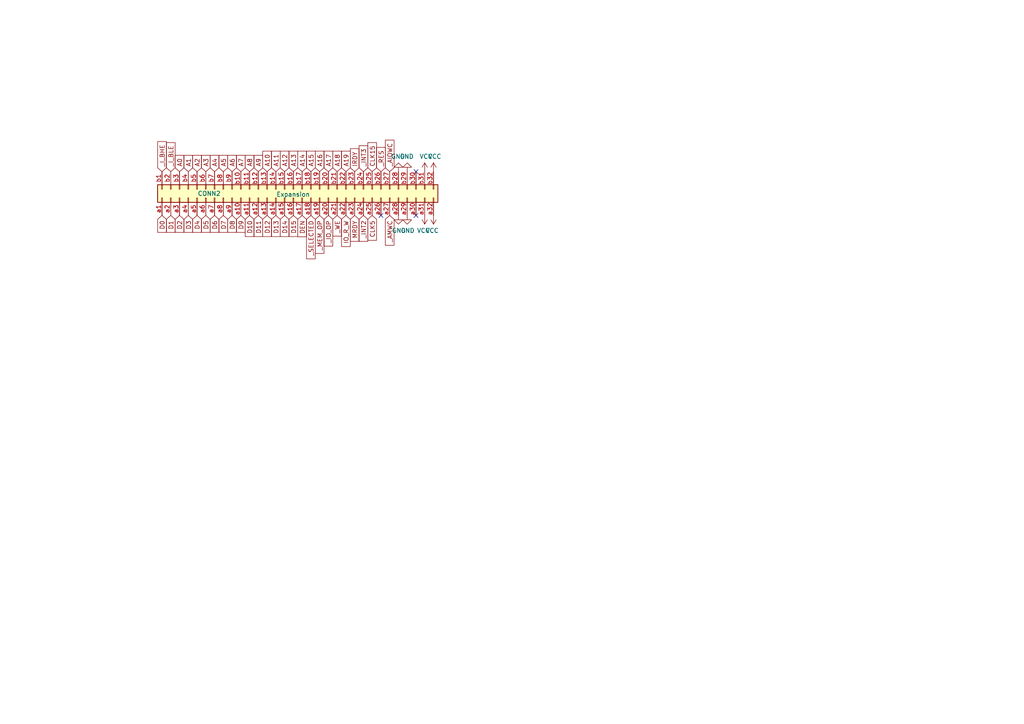
<source format=kicad_sch>
(kicad_sch (version 20230121) (generator eeschema)
  (paper "A4")
  (lib_symbols
    (symbol "Connector_Generic:Conn_02x32_Row_Letter_First" (pin_names (offset 1.016) hide)
      (property "Reference" "J" (at 1.27 40.64 0))
      (property "Value" "Conn_02x32_Row_Letter_First" (at 1.27 -43.18 0))
      (symbol "Conn_02x32_Row_Letter_First_1_1"
        (rectangle (start -1.27 -40.513) (end 0 -40.767) (stroke (width 0.1524)))
        (rectangle (start -1.27 -37.973) (end 0 -38.227) (stroke (width 0.1524)))
        (rectangle (start -1.27 -35.433) (end 0 -35.687) (stroke (width 0.1524)))
        (rectangle (start -1.27 -32.893) (end 0 -33.147) (stroke (width 0.1524)))
        (rectangle (start -1.27 -30.353) (end 0 -30.607) (stroke (width 0.1524)))
        (rectangle (start -1.27 -27.813) (end 0 -28.067) (stroke (width 0.1524)))
        (rectangle (start -1.27 -25.273) (end 0 -25.527) (stroke (width 0.1524)))
        (rectangle (start -1.27 -22.733) (end 0 -22.987) (stroke (width 0.1524)))
        (rectangle (start -1.27 -20.193) (end 0 -20.447) (stroke (width 0.1524)))
        (rectangle (start -1.27 -17.653) (end 0 -17.907) (stroke (width 0.1524)))
        (rectangle (start -1.27 -15.113) (end 0 -15.367) (stroke (width 0.1524)))
        (rectangle (start -1.27 -12.573) (end 0 -12.827) (stroke (width 0.1524)))
        (rectangle (start -1.27 -10.033) (end 0 -10.287) (stroke (width 0.1524)))
        (rectangle (start -1.27 -7.493) (end 0 -7.747) (stroke (width 0.1524)))
        (rectangle (start -1.27 -4.953) (end 0 -5.207) (stroke (width 0.1524)))
        (rectangle (start -1.27 -2.413) (end 0 -2.667) (stroke (width 0.1524)))
        (rectangle (start -1.27 0.127) (end 0 -0.127) (stroke (width 0.1524)))
        (rectangle (start -1.27 2.667) (end 0 2.413) (stroke (width 0.1524)))
        (rectangle (start -1.27 5.207) (end 0 4.953) (stroke (width 0.1524)))
        (rectangle (start -1.27 7.747) (end 0 7.493) (stroke (width 0.1524)))
        (rectangle (start -1.27 10.287) (end 0 10.033) (stroke (width 0.1524)))
        (rectangle (start -1.27 12.827) (end 0 12.573) (stroke (width 0.1524)))
        (rectangle (start -1.27 15.367) (end 0 15.113) (stroke (width 0.1524)))
        (rectangle (start -1.27 17.907) (end 0 17.653) (stroke (width 0.1524)))
        (rectangle (start -1.27 20.447) (end 0 20.193) (stroke (width 0.1524)))
        (rectangle (start -1.27 22.987) (end 0 22.733) (stroke (width 0.1524)))
        (rectangle (start -1.27 25.527) (end 0 25.273) (stroke (width 0.1524)))
        (rectangle (start -1.27 28.067) (end 0 27.813) (stroke (width 0.1524)))
        (rectangle (start -1.27 30.607) (end 0 30.353) (stroke (width 0.1524)))
        (rectangle (start -1.27 33.147) (end 0 32.893) (stroke (width 0.1524)))
        (rectangle (start -1.27 35.687) (end 0 35.433) (stroke (width 0.1524)))
        (rectangle (start -1.27 38.227) (end 0 37.973) (stroke (width 0.1524)))
        (rectangle (start -1.27 39.37) (end 3.81 -41.91) (stroke (width 0.254)) (fill (type background)))
        (rectangle (start 3.81 -40.513) (end 2.54 -40.767) (stroke (width 0.1524)))
        (rectangle (start 3.81 -37.973) (end 2.54 -38.227) (stroke (width 0.1524)))
        (rectangle (start 3.81 -35.433) (end 2.54 -35.687) (stroke (width 0.1524)))
        (rectangle (start 3.81 -32.893) (end 2.54 -33.147) (stroke (width 0.1524)))
        (rectangle (start 3.81 -30.353) (end 2.54 -30.607) (stroke (width 0.1524)))
        (rectangle (start 3.81 -27.813) (end 2.54 -28.067) (stroke (width 0.1524)))
        (rectangle (start 3.81 -25.273) (end 2.54 -25.527) (stroke (width 0.1524)))
        (rectangle (start 3.81 -22.733) (end 2.54 -22.987) (stroke (width 0.1524)))
        (rectangle (start 3.81 -20.193) (end 2.54 -20.447) (stroke (width 0.1524)))
        (rectangle (start 3.81 -17.653) (end 2.54 -17.907) (stroke (width 0.1524)))
        (rectangle (start 3.81 -15.113) (end 2.54 -15.367) (stroke (width 0.1524)))
        (rectangle (start 3.81 -12.573) (end 2.54 -12.827) (stroke (width 0.1524)))
        (rectangle (start 3.81 -10.033) (end 2.54 -10.287) (stroke (width 0.1524)))
        (rectangle (start 3.81 -7.493) (end 2.54 -7.747) (stroke (width 0.1524)))
        (rectangle (start 3.81 -4.953) (end 2.54 -5.207) (stroke (width 0.1524)))
        (rectangle (start 3.81 -2.413) (end 2.54 -2.667) (stroke (width 0.1524)))
        (rectangle (start 3.81 0.127) (end 2.54 -0.127) (stroke (width 0.1524)))
        (rectangle (start 3.81 2.667) (end 2.54 2.413) (stroke (width 0.1524)))
        (rectangle (start 3.81 5.207) (end 2.54 4.953) (stroke (width 0.1524)))
        (rectangle (start 3.81 7.747) (end 2.54 7.493) (stroke (width 0.1524)))
        (rectangle (start 3.81 10.287) (end 2.54 10.033) (stroke (width 0.1524)))
        (rectangle (start 3.81 12.827) (end 2.54 12.573) (stroke (width 0.1524)))
        (rectangle (start 3.81 15.367) (end 2.54 15.113) (stroke (width 0.1524)))
        (rectangle (start 3.81 17.907) (end 2.54 17.653) (stroke (width 0.1524)))
        (rectangle (start 3.81 20.447) (end 2.54 20.193) (stroke (width 0.1524)))
        (rectangle (start 3.81 22.987) (end 2.54 22.733) (stroke (width 0.1524)))
        (rectangle (start 3.81 25.527) (end 2.54 25.273) (stroke (width 0.1524)))
        (rectangle (start 3.81 28.067) (end 2.54 27.813) (stroke (width 0.1524)))
        (rectangle (start 3.81 30.607) (end 2.54 30.353) (stroke (width 0.1524)))
        (rectangle (start 3.81 33.147) (end 2.54 32.893) (stroke (width 0.1524)))
        (rectangle (start 3.81 35.687) (end 2.54 35.433) (stroke (width 0.1524)))
        (rectangle (start 3.81 38.227) (end 2.54 37.973) (stroke (width 0.1524)))
        (pin passive line (at -5.08 38.1 0) (length 3.81) (name "Pin_a1") (number "a1"))
        (pin passive line (at -5.08 15.24 0) (length 3.81) (name "Pin_a10") (number "a10"))
        (pin passive line (at -5.08 12.7 0) (length 3.81) (name "Pin_a11") (number "a11"))
        (pin passive line (at -5.08 10.16 0) (length 3.81) (name "Pin_a12") (number "a12"))
        (pin passive line (at -5.08 7.62 0) (length 3.81) (name "Pin_a13") (number "a13"))
        (pin passive line (at -5.08 5.08 0) (length 3.81) (name "Pin_a14") (number "a14"))
        (pin passive line (at -5.08 2.54 0) (length 3.81) (name "Pin_a15") (number "a15"))
        (pin passive line (at -5.08 0 0) (length 3.81) (name "Pin_a16") (number "a16"))
        (pin passive line (at -5.08 -2.54 0) (length 3.81) (name "Pin_a17") (number "a17"))
        (pin passive line (at -5.08 -5.08 0) (length 3.81) (name "Pin_a18") (number "a18"))
        (pin passive line (at -5.08 -7.62 0) (length 3.81) (name "Pin_a19") (number "a19"))
        (pin passive line (at -5.08 35.56 0) (length 3.81) (name "Pin_a2") (number "a2"))
        (pin passive line (at -5.08 -10.16 0) (length 3.81) (name "Pin_a20") (number "a20"))
        (pin passive line (at -5.08 -12.7 0) (length 3.81) (name "Pin_a21") (number "a21"))
        (pin passive line (at -5.08 -15.24 0) (length 3.81) (name "Pin_a22") (number "a22"))
        (pin passive line (at -5.08 -17.78 0) (length 3.81) (name "Pin_a23") (number "a23"))
        (pin passive line (at -5.08 -20.32 0) (length 3.81) (name "Pin_a24") (number "a24"))
        (pin passive line (at -5.08 -22.86 0) (length 3.81) (name "Pin_a25") (number "a25"))
        (pin passive line (at -5.08 -25.4 0) (length 3.81) (name "Pin_a26") (number "a26"))
        (pin passive line (at -5.08 -27.94 0) (length 3.81) (name "Pin_a27") (number "a27"))
        (pin passive line (at -5.08 -30.48 0) (length 3.81) (name "Pin_a28") (number "a28"))
        (pin passive line (at -5.08 -33.02 0) (length 3.81) (name "Pin_a29") (number "a29"))
        (pin passive line (at -5.08 33.02 0) (length 3.81) (name "Pin_a3") (number "a3"))
        (pin passive line (at -5.08 -35.56 0) (length 3.81) (name "Pin_a30") (number "a30"))
        (pin passive line (at -5.08 -38.1 0) (length 3.81) (name "Pin_a31") (number "a31"))
        (pin passive line (at -5.08 -40.64 0) (length 3.81) (name "Pin_a32") (number "a32"))
        (pin passive line (at -5.08 30.48 0) (length 3.81) (name "Pin_a4") (number "a4"))
        (pin passive line (at -5.08 27.94 0) (length 3.81) (name "Pin_a5") (number "a5"))
        (pin passive line (at -5.08 25.4 0) (length 3.81) (name "Pin_a6") (number "a6"))
        (pin passive line (at -5.08 22.86 0) (length 3.81) (name "Pin_a7") (number "a7"))
        (pin passive line (at -5.08 20.32 0) (length 3.81) (name "Pin_a8") (number "a8"))
        (pin passive line (at -5.08 17.78 0) (length 3.81) (name "Pin_a9") (number "a9"))
        (pin passive line (at 7.62 38.1 180) (length 3.81) (name "Pin_b1") (number "b1"))
        (pin passive line (at 7.62 15.24 180) (length 3.81) (name "Pin_b10") (number "b10"))
        (pin passive line (at 7.62 12.7 180) (length 3.81) (name "Pin_b11") (number "b11"))
        (pin passive line (at 7.62 10.16 180) (length 3.81) (name "Pin_b12") (number "b12"))
        (pin passive line (at 7.62 7.62 180) (length 3.81) (name "Pin_b13") (number "b13"))
        (pin passive line (at 7.62 5.08 180) (length 3.81) (name "Pin_b14") (number "b14"))
        (pin passive line (at 7.62 2.54 180) (length 3.81) (name "Pin_b15") (number "b15"))
        (pin passive line (at 7.62 0 180) (length 3.81) (name "Pin_b16") (number "b16"))
        (pin passive line (at 7.62 -2.54 180) (length 3.81) (name "Pin_b17") (number "b17"))
        (pin passive line (at 7.62 -5.08 180) (length 3.81) (name "Pin_b18") (number "b18"))
        (pin passive line (at 7.62 -7.62 180) (length 3.81) (name "Pin_b19") (number "b19"))
        (pin passive line (at 7.62 35.56 180) (length 3.81) (name "Pin_b2") (number "b2"))
        (pin passive line (at 7.62 -10.16 180) (length 3.81) (name "Pin_b20") (number "b20"))
        (pin passive line (at 7.62 -12.7 180) (length 3.81) (name "Pin_b21") (number "b21"))
        (pin passive line (at 7.62 -15.24 180) (length 3.81) (name "Pin_b22") (number "b22"))
        (pin passive line (at 7.62 -17.78 180) (length 3.81) (name "Pin_b23") (number "b23"))
        (pin passive line (at 7.62 -20.32 180) (length 3.81) (name "Pin_b24") (number "b24"))
        (pin passive line (at 7.62 -22.86 180) (length 3.81) (name "Pin_b25") (number "b25"))
        (pin passive line (at 7.62 -25.4 180) (length 3.81) (name "Pin_b26") (number "b26"))
        (pin passive line (at 7.62 -27.94 180) (length 3.81) (name "Pin_b27") (number "b27"))
        (pin passive line (at 7.62 -30.48 180) (length 3.81) (name "Pin_b28") (number "b28"))
        (pin passive line (at 7.62 -33.02 180) (length 3.81) (name "Pin_b29") (number "b29"))
        (pin passive line (at 7.62 33.02 180) (length 3.81) (name "Pin_b3") (number "b3"))
        (pin passive line (at 7.62 -35.56 180) (length 3.81) (name "Pin_b30") (number "b30"))
        (pin passive line (at 7.62 -38.1 180) (length 3.81) (name "Pin_b31") (number "b31"))
        (pin passive line (at 7.62 -40.64 180) (length 3.81) (name "Pin_b32") (number "b32"))
        (pin passive line (at 7.62 30.48 180) (length 3.81) (name "Pin_b4") (number "b4"))
        (pin passive line (at 7.62 27.94 180) (length 3.81) (name "Pin_b5") (number "b5"))
        (pin passive line (at 7.62 25.4 180) (length 3.81) (name "Pin_b6") (number "b6"))
        (pin passive line (at 7.62 22.86 180) (length 3.81) (name "Pin_b7") (number "b7"))
        (pin passive line (at 7.62 20.32 180) (length 3.81) (name "Pin_b8") (number "b8"))
        (pin passive line (at 7.62 17.78 180) (length 3.81) (name "Pin_b9") (number "b9"))
      )
    )
    (symbol "power:GND" (power) (pin_names (offset 0))
      (property "Value" "GND" (at 0 -3.81 0))
      (symbol "GND_0_1"
        (polyline (pts (xy 0 0) (xy 0 -1.27) (xy 1.27 -1.27) (xy 0 -2.54) (xy -1.27 -1.27) (xy 0 -1.27)))
      )
      (symbol "GND_1_1"
        (pin power_in line (at 0 0 270) (length 0) hide (name "GND") (number "1"))
      )
    )
    (symbol "power:VCC" (power) (pin_names (offset 0))
      (property "Value" "VCC" (at 0 3.81 0))
      (symbol "VCC_0_1"
        (polyline (pts (xy -0.762 1.27) (xy 0 2.54)))
        (polyline (pts (xy 0 0) (xy 0 2.54)))
        (polyline (pts (xy 0 2.54) (xy 0.762 1.27)))
      )
      (symbol "VCC_1_1"
        (pin power_in line (at 0 0 90) (length 0) hide (name "VCC") (number "1"))
      )
    )
  )
  (no_connect (at 120.65 49.784))
  (no_connect (at 120.65 62.484))
  (no_connect (at 110.49 62.484))
  (global_label "_I_BHE" (shape input) (at 46.99 49.784 90) (property "Intersheetrefs" "${INTERSHEET_REFS}" (effects hide)))
  (global_label "CLK5" (shape input) (at 107.95 62.484 270) (property "Intersheetrefs" "${INTERSHEET_REFS}" (effects hide)))
  (global_label "A19" (shape input) (at 100.33 49.784 90) (property "Intersheetrefs" "${INTERSHEET_REFS}" (effects hide)))
  (global_label "_I_BLE" (shape input) (at 49.53 49.784 90) (property "Intersheetrefs" "${INTERSHEET_REFS}" (effects hide)))
  (global_label "IO_R_W" (shape input) (at 100.33 62.484 270) (property "Intersheetrefs" "${INTERSHEET_REFS}" (effects hide)))
  (global_label "D11" (shape input) (at 74.93 62.484 270) (property "Intersheetrefs" "${INTERSHEET_REFS}" (effects hide)))
  (global_label "A14" (shape input) (at 87.63 49.784 90) (property "Intersheetrefs" "${INTERSHEET_REFS}" (effects hide)))
  (global_label "D10" (shape input) (at 72.39 62.484 270) (property "Intersheetrefs" "${INTERSHEET_REFS}" (effects hide)))
  (global_label "D15" (shape input) (at 85.09 62.484 270) (property "Intersheetrefs" "${INTERSHEET_REFS}" (effects hide)))
  (global_label "A18" (shape input) (at 97.79 49.784 90) (property "Intersheetrefs" "${INTERSHEET_REFS}" (effects hide)))
  (global_label "D12" (shape input) (at 77.47 62.484 270) (property "Intersheetrefs" "${INTERSHEET_REFS}" (effects hide)))
  (global_label "_INT3" (shape input) (at 105.41 49.784 90) (property "Intersheetrefs" "${INTERSHEET_REFS}" (effects hide)))
  (global_label "IRDY" (shape input) (at 102.87 49.784 90) (property "Intersheetrefs" "${INTERSHEET_REFS}" (effects hide)))
  (global_label "A7" (shape input) (at 69.85 49.784 90) (property "Intersheetrefs" "${INTERSHEET_REFS}" (effects hide)))
  (global_label "MRDY" (shape input) (at 102.87 62.484 270) (property "Intersheetrefs" "${INTERSHEET_REFS}" (effects hide)))
  (global_label "A2" (shape input) (at 57.15 49.784 90) (property "Intersheetrefs" "${INTERSHEET_REFS}" (effects hide)))
  (global_label "A12" (shape input) (at 82.55 49.784 90) (property "Intersheetrefs" "${INTERSHEET_REFS}" (effects hide)))
  (global_label "A1" (shape input) (at 54.61 49.784 90) (property "Intersheetrefs" "${INTERSHEET_REFS}" (effects hide)))
  (global_label "_AIOWC" (shape input) (at 113.03 49.784 90) (property "Intersheetrefs" "${INTERSHEET_REFS}" (effects hide)))
  (global_label "_IO_OP" (shape input) (at 95.25 62.484 270) (property "Intersheetrefs" "${INTERSHEET_REFS}" (effects hide)))
  (global_label "A13" (shape input) (at 85.09 49.784 90) (property "Intersheetrefs" "${INTERSHEET_REFS}" (effects hide)))
  (global_label "_AMWC" (shape input) (at 113.03 62.484 270) (property "Intersheetrefs" "${INTERSHEET_REFS}" (effects hide)))
  (global_label "A8" (shape input) (at 72.39 49.784 90) (property "Intersheetrefs" "${INTERSHEET_REFS}" (effects hide)))
  (global_label "_SELECTED" (shape input) (at 90.17 62.484 270) (property "Intersheetrefs" "${INTERSHEET_REFS}" (effects hide)))
  (global_label "A10" (shape input) (at 77.47 49.784 90) (property "Intersheetrefs" "${INTERSHEET_REFS}" (effects hide)))
  (global_label "D13" (shape input) (at 80.01 62.484 270) (property "Intersheetrefs" "${INTERSHEET_REFS}" (effects hide)))
  (global_label "D0" (shape input) (at 46.99 62.484 270) (property "Intersheetrefs" "${INTERSHEET_REFS}" (effects hide)))
  (global_label "_WE" (shape input) (at 97.79 62.484 270) (property "Intersheetrefs" "${INTERSHEET_REFS}" (effects hide)))
  (global_label "_MEM_OP" (shape input) (at 92.71 62.484 270) (property "Intersheetrefs" "${INTERSHEET_REFS}" (effects hide)))
  (global_label "D1" (shape input) (at 49.53 62.484 270) (property "Intersheetrefs" "${INTERSHEET_REFS}" (effects hide)))
  (global_label "_RES" (shape input) (at 110.49 49.784 90) (property "Intersheetrefs" "${INTERSHEET_REFS}" (effects hide)))
  (global_label "A16" (shape input) (at 92.71 49.784 90) (property "Intersheetrefs" "${INTERSHEET_REFS}" (effects hide)))
  (global_label "A5" (shape input) (at 64.77 49.784 90) (property "Intersheetrefs" "${INTERSHEET_REFS}" (effects hide)))
  (global_label "CLK15" (shape input) (at 107.95 49.784 90) (property "Intersheetrefs" "${INTERSHEET_REFS}" (effects hide)))
  (global_label "A0" (shape input) (at 52.07 49.784 90) (property "Intersheetrefs" "${INTERSHEET_REFS}" (effects hide)))
  (global_label "D8" (shape input) (at 67.31 62.484 270) (property "Intersheetrefs" "${INTERSHEET_REFS}" (effects hide)))
  (global_label "D3" (shape input) (at 54.61 62.484 270) (property "Intersheetrefs" "${INTERSHEET_REFS}" (effects hide)))
  (global_label "A6" (shape input) (at 67.31 49.784 90) (property "Intersheetrefs" "${INTERSHEET_REFS}" (effects hide)))
  (global_label "D2" (shape input) (at 52.07 62.484 270) (property "Intersheetrefs" "${INTERSHEET_REFS}" (effects hide)))
  (global_label "D14" (shape input) (at 82.55 62.484 270) (property "Intersheetrefs" "${INTERSHEET_REFS}" (effects hide)))
  (global_label "D5" (shape input) (at 59.69 62.484 270) (property "Intersheetrefs" "${INTERSHEET_REFS}" (effects hide)))
  (global_label "A4" (shape input) (at 62.23 49.784 90) (property "Intersheetrefs" "${INTERSHEET_REFS}" (effects hide)))
  (global_label "D9" (shape input) (at 69.85 62.484 270) (property "Intersheetrefs" "${INTERSHEET_REFS}" (effects hide)))
  (global_label "A11" (shape input) (at 80.01 49.784 90) (property "Intersheetrefs" "${INTERSHEET_REFS}" (effects hide)))
  (global_label "A15" (shape input) (at 90.17 49.784 90) (property "Intersheetrefs" "${INTERSHEET_REFS}" (effects hide)))
  (global_label "D6" (shape input) (at 62.23 62.484 270) (property "Intersheetrefs" "${INTERSHEET_REFS}" (effects hide)))
  (global_label "A17" (shape input) (at 95.25 49.784 90) (property "Intersheetrefs" "${INTERSHEET_REFS}" (effects hide)))
  (global_label "DEN" (shape input) (at 87.63 62.484 270) (property "Intersheetrefs" "${INTERSHEET_REFS}" (effects hide)))
  (global_label "A3" (shape input) (at 59.69 49.784 90) (property "Intersheetrefs" "${INTERSHEET_REFS}" (effects hide)))
  (global_label "A9" (shape input) (at 74.93 49.784 90) (property "Intersheetrefs" "${INTERSHEET_REFS}" (effects hide)))
  (global_label "D7" (shape input) (at 64.77 62.484 270) (property "Intersheetrefs" "${INTERSHEET_REFS}" (effects hide)))
  (global_label "D4" (shape input) (at 57.15 62.484 270) (property "Intersheetrefs" "${INTERSHEET_REFS}" (effects hide)))
  (global_label "_INT2" (shape input) (at 105.41 62.484 270) (property "Intersheetrefs" "${INTERSHEET_REFS}" (effects hide)))
  (symbol (lib_id "Connector_Generic:Conn_02x32_Row_Letter_First") (at 85.09 57.404 90) (unit 1)
    (property "Reference" "CONN2" (at 64.008 56.134 90) (effects (justify left)))
    (property "Value" "Expansion" (at 89.916 56.388 90) (effects (justify left)))
    (property "Footprint" "Connector_DIN:DIN41612_B_2x32_Female_Vertical_THT" (effects hide))
  )
  (symbol (lib_id "power:GND") (at 115.57 49.784 180) (unit 1)
    (property "Reference" "#PWR0104" (effects hide))
    (property "Value" "GND" (at 115.443 45.3898 0))
  )
  (symbol (lib_id "power:GND") (at 118.11 49.784 180) (unit 1)
    (property "Reference" "#PWR0105" (effects hide))
    (property "Value" "GND" (at 117.983 45.3898 0))
  )
  (symbol (lib_id "power:GND") (at 115.57 62.484 0) (unit 1)
    (property "Reference" "#PWR0112" (effects hide))
    (property "Value" "GND" (at 115.697 66.8782 0))
  )
  (symbol (lib_id "power:GND") (at 118.11 62.484 0) (unit 1)
    (property "Reference" "#PWR0113" (effects hide))
    (property "Value" "GND" (at 118.237 66.8782 0))
  )
  (symbol (lib_id "power:VCC") (at 123.19 49.784 0) (unit 1)
    (property "Reference" "#PWR0114" (effects hide))
    (property "Value" "VCC" (at 123.571 45.3898 0))
  )
  (symbol (lib_id "power:VCC") (at 125.73 49.784 0) (unit 1)
    (property "Reference" "#PWR0115" (effects hide))
    (property "Value" "VCC" (at 126.111 45.3898 0))
  )
  (symbol (lib_id "power:VCC") (at 123.19 62.484 180) (unit 1)
    (property "Reference" "#PWR0116" (effects hide))
    (property "Value" "VCC" (at 122.809 66.8782 0))
  )
  (symbol (lib_id "power:VCC") (at 125.73 62.484 180) (unit 1)
    (property "Reference" "#PWR0117" (effects hide))
    (property "Value" "VCC" (at 125.349 66.8782 0))
  )
)
</source>
